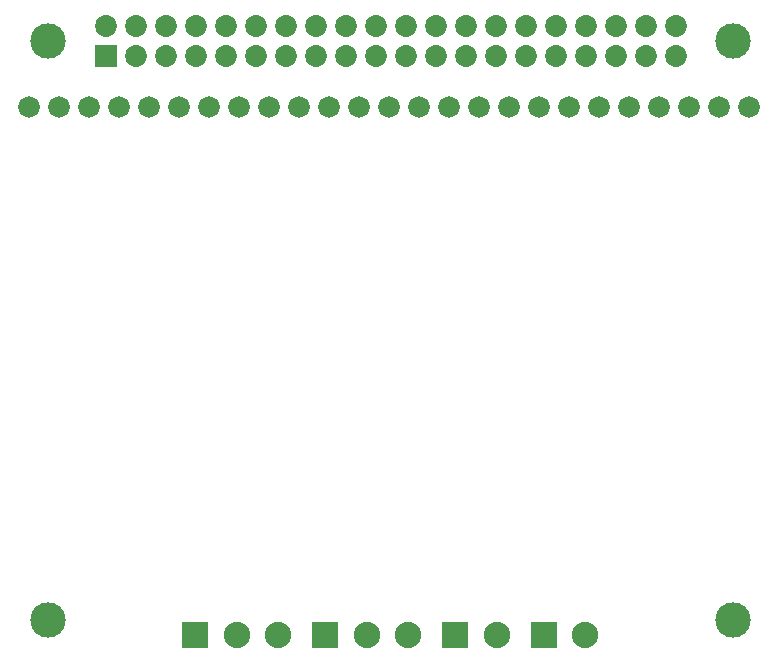
<source format=gts>
G75*
%MOIN*%
%OFA0B0*%
%FSLAX24Y24*%
%IPPOS*%
%LPD*%
%AMOC8*
5,1,8,0,0,1.08239X$1,22.5*
%
%ADD10C,0.1182*%
%ADD11C,0.0730*%
%ADD12R,0.0730X0.0730*%
%ADD13C,0.0720*%
%ADD14C,0.0880*%
%ADD15R,0.0880X0.0880*%
D10*
X001528Y002049D03*
X001528Y021341D03*
X024363Y021341D03*
X024363Y002049D03*
D11*
X022445Y020841D03*
X021445Y020841D03*
X020445Y020841D03*
X019445Y020841D03*
X018445Y020841D03*
X017445Y020841D03*
X016445Y020841D03*
X015445Y020841D03*
X014445Y020841D03*
X013445Y020841D03*
X012445Y020841D03*
X011445Y020841D03*
X010445Y020841D03*
X009445Y020841D03*
X008445Y020841D03*
X007445Y020841D03*
X006445Y020841D03*
X005445Y020841D03*
X004445Y020841D03*
X004445Y021841D03*
X005445Y021841D03*
X006445Y021841D03*
X007445Y021841D03*
X008445Y021841D03*
X009445Y021841D03*
X010445Y021841D03*
X011445Y021841D03*
X012445Y021841D03*
X013445Y021841D03*
X014445Y021841D03*
X015445Y021841D03*
X016445Y021841D03*
X017445Y021841D03*
X018445Y021841D03*
X019445Y021841D03*
X020445Y021841D03*
X021445Y021841D03*
X022445Y021841D03*
X003445Y021841D03*
D12*
X003445Y020841D03*
D13*
X003900Y019171D03*
X004900Y019171D03*
X005900Y019171D03*
X006900Y019171D03*
X007900Y019171D03*
X008900Y019171D03*
X009900Y019171D03*
X010900Y019171D03*
X011900Y019171D03*
X012900Y019171D03*
X013900Y019171D03*
X014900Y019171D03*
X015900Y019171D03*
X016900Y019171D03*
X017900Y019171D03*
X018900Y019171D03*
X019900Y019171D03*
X020900Y019171D03*
X021900Y019171D03*
X022900Y019171D03*
X023900Y019171D03*
X024900Y019171D03*
X002900Y019171D03*
X001900Y019171D03*
X000900Y019171D03*
D14*
X007811Y001557D03*
X009189Y001557D03*
X012142Y001557D03*
X013520Y001557D03*
X016473Y001557D03*
X019426Y001557D03*
D15*
X018048Y001557D03*
X015095Y001557D03*
X010764Y001557D03*
X006433Y001557D03*
M02*

</source>
